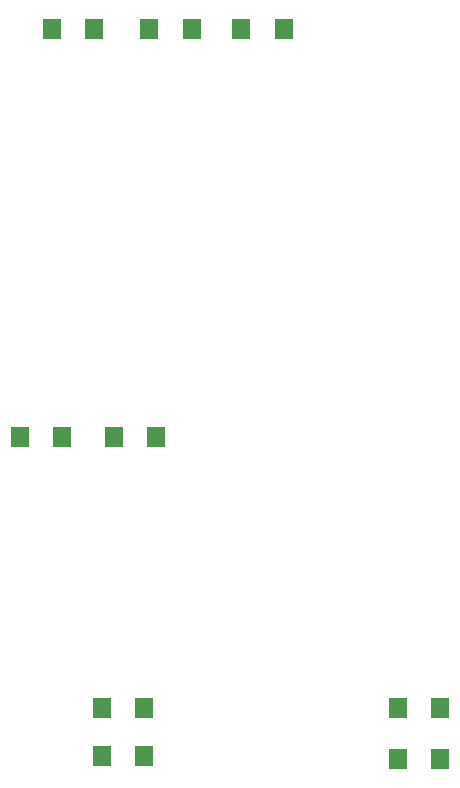
<source format=gtp>
G04 #@! TF.GenerationSoftware,KiCad,Pcbnew,(5.1.8)-1*
G04 #@! TF.CreationDate,2021-09-19T21:20:28+02:00*
G04 #@! TF.ProjectId,sdr-controller,7364722d-636f-46e7-9472-6f6c6c65722e,rev?*
G04 #@! TF.SameCoordinates,Original*
G04 #@! TF.FileFunction,Paste,Top*
G04 #@! TF.FilePolarity,Positive*
%FSLAX46Y46*%
G04 Gerber Fmt 4.6, Leading zero omitted, Abs format (unit mm)*
G04 Created by KiCad (PCBNEW (5.1.8)-1) date 2021-09-19 21:20:28*
%MOMM*%
%LPD*%
G01*
G04 APERTURE LIST*
%ADD10R,1.500000X1.800000*%
G04 APERTURE END LIST*
D10*
X54250000Y-49500000D03*
X50650000Y-49500000D03*
X62500000Y-49500000D03*
X58900000Y-49500000D03*
X59500000Y-84000000D03*
X55900000Y-84000000D03*
X51550000Y-84000000D03*
X47950000Y-84000000D03*
X70300000Y-49500000D03*
X66700000Y-49500000D03*
X58500000Y-111000000D03*
X54900000Y-111000000D03*
X83550000Y-111250000D03*
X79950000Y-111250000D03*
X58500000Y-107000000D03*
X54900000Y-107000000D03*
X83550000Y-107000000D03*
X79950000Y-107000000D03*
M02*

</source>
